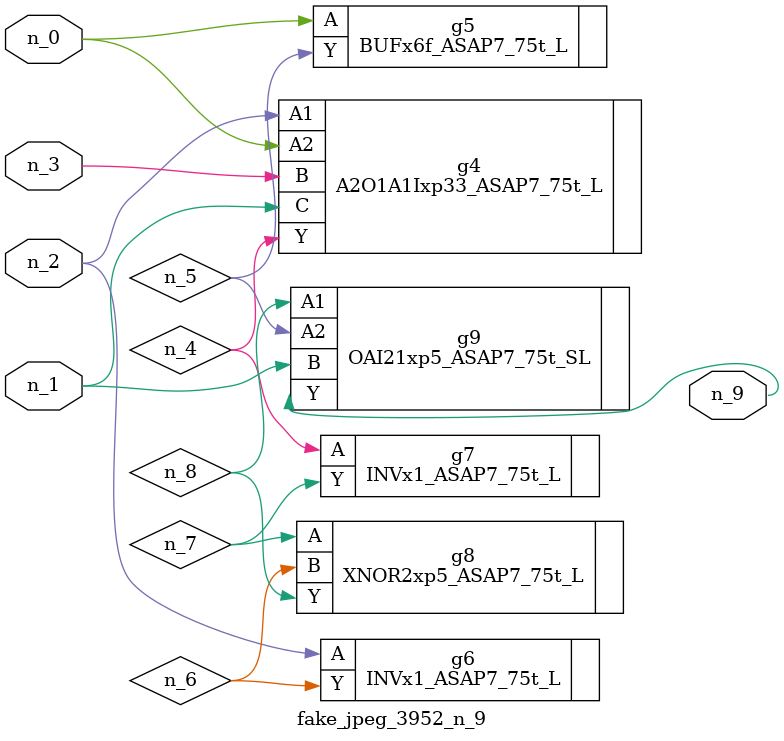
<source format=v>
module fake_jpeg_3952_n_9 (n_0, n_3, n_2, n_1, n_9);

input n_0;
input n_3;
input n_2;
input n_1;

output n_9;

wire n_4;
wire n_8;
wire n_6;
wire n_5;
wire n_7;

A2O1A1Ixp33_ASAP7_75t_L g4 ( 
.A1(n_2),
.A2(n_0),
.B(n_3),
.C(n_1),
.Y(n_4)
);

BUFx6f_ASAP7_75t_L g5 ( 
.A(n_0),
.Y(n_5)
);

INVx1_ASAP7_75t_L g6 ( 
.A(n_2),
.Y(n_6)
);

INVx1_ASAP7_75t_L g7 ( 
.A(n_4),
.Y(n_7)
);

XNOR2xp5_ASAP7_75t_L g8 ( 
.A(n_7),
.B(n_6),
.Y(n_8)
);

OAI21xp5_ASAP7_75t_SL g9 ( 
.A1(n_8),
.A2(n_5),
.B(n_1),
.Y(n_9)
);


endmodule
</source>
